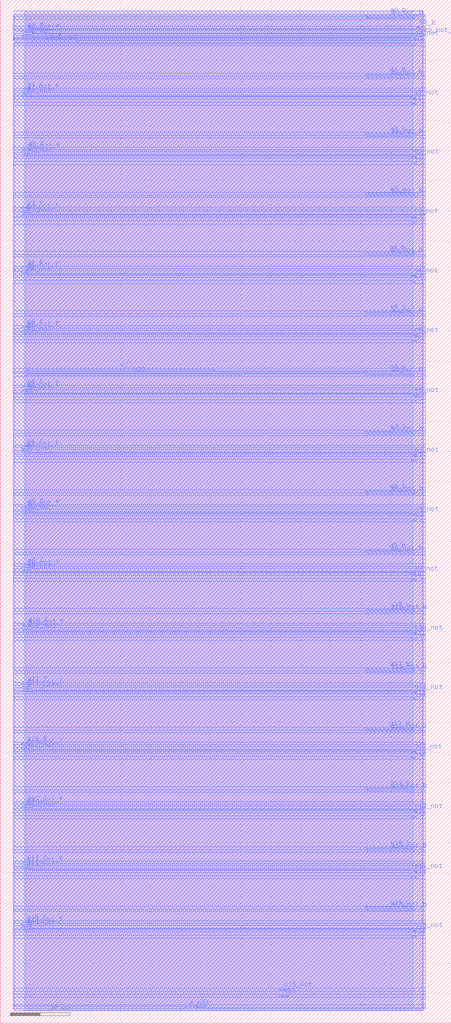
<source format=lef>
VERSION 5.7 ;
  NOWIREEXTENSIONATPIN ON ;
  DIVIDERCHAR "/" ;
  BUSBITCHARS "[]" ;
MACRO fa16b_rev
  CLASS BLOCK ;
  FOREIGN fa16b_rev ;
  ORIGIN 0.000 0.000 ;
  SIZE 150.000 BY 340.000 ;
  PIN c0_b
    ANTENNAGATEAREA 2.739250 ;
    ANTENNADIFFAREA 2.734275 ;
    PORT
      LAYER Metal3 ;
        RECT 138.925 330.535 139.735 330.955 ;
    END
  END c0_b
  PIN c0_not_b
    ANTENNAGATEAREA 2.775000 ;
    ANTENNADIFFAREA 2.560625 ;
    PORT
      LAYER Metal3 ;
        RECT 140.450 328.035 141.280 328.455 ;
    END
  END c0_not_b
  PIN z_not
    ANTENNADIFFAREA 2.638650 ;
    PORT
      LAYER Metal3 ;
        RECT 61.560 4.855 64.085 5.275 ;
    END
  END z_not
  PIN z
    ANTENNADIFFAREA 2.559875 ;
    PORT
      LAYER Metal3 ;
        RECT 65.515 5.390 68.110 5.810 ;
    END
  END z
  PIN s0_not
    ANTENNADIFFAREA 2.560625 ;
    PORT
      LAYER Metal3 ;
        RECT 137.235 327.010 138.075 327.430 ;
    END
  END s0_not
  PIN s0
    ANTENNADIFFAREA 2.734275 ;
    PORT
      LAYER Metal3 ;
        RECT 137.185 324.975 138.025 325.395 ;
    END
  END s0
  PIN s1_not
    ANTENNADIFFAREA 2.560625 ;
    PORT
      LAYER Metal3 ;
        RECT 137.040 307.285 137.880 307.705 ;
    END
  END s1_not
  PIN s1
    ANTENNADIFFAREA 2.734275 ;
    PORT
      LAYER Metal3 ;
        RECT 136.990 305.250 137.830 305.670 ;
    END
  END s1
  PIN s4_not
    ANTENNADIFFAREA 2.560625 ;
    PORT
      LAYER Metal3 ;
        RECT 137.120 248.095 137.960 248.515 ;
    END
  END s4_not
  PIN s4
    ANTENNADIFFAREA 2.734275 ;
    PORT
      LAYER Metal3 ;
        RECT 137.070 246.060 137.910 246.480 ;
    END
  END s4
  PIN s5_not
    ANTENNADIFFAREA 2.560625 ;
    PORT
      LAYER Metal3 ;
        RECT 137.225 228.380 138.065 228.800 ;
    END
  END s5_not
  PIN s5
    ANTENNADIFFAREA 2.734275 ;
    PORT
      LAYER Metal3 ;
        RECT 137.175 226.345 138.015 226.765 ;
    END
  END s5
  PIN s6_not
    ANTENNADIFFAREA 2.560625 ;
    PORT
      LAYER Metal3 ;
        RECT 137.225 208.405 138.065 208.825 ;
    END
  END s6_not
  PIN s6
    ANTENNADIFFAREA 2.734275 ;
    PORT
      LAYER Metal3 ;
        RECT 137.175 206.370 138.015 206.790 ;
    END
  END s6
  PIN s7_not
    ANTENNADIFFAREA 2.560625 ;
    PORT
      LAYER Metal3 ;
        RECT 137.225 188.740 138.065 189.160 ;
    END
  END s7_not
  PIN s7
    ANTENNADIFFAREA 2.734275 ;
    PORT
      LAYER Metal3 ;
        RECT 137.175 186.705 138.015 187.125 ;
    END
  END s7
  PIN s3_not
    ANTENNADIFFAREA 2.560625 ;
    PORT
      LAYER Metal3 ;
        RECT 137.200 267.845 138.040 268.265 ;
    END
  END s3_not
  PIN s3
    ANTENNADIFFAREA 2.734275 ;
    PORT
      LAYER Metal3 ;
        RECT 137.150 265.810 137.990 266.230 ;
    END
  END s3
  PIN s2_not
    ANTENNADIFFAREA 2.560625 ;
    PORT
      LAYER Metal3 ;
        RECT 137.265 287.645 138.105 288.065 ;
    END
  END s2_not
  PIN s2
    ANTENNADIFFAREA 2.734275 ;
    PORT
      LAYER Metal3 ;
        RECT 137.220 285.595 138.060 286.015 ;
    END
  END s2
  PIN a0_b
    ANTENNAGATEAREA 2.739250 ;
    ANTENNADIFFAREA 1.587600 ;
    PORT
      LAYER Metal3 ;
        RECT 121.715 334.615 137.450 335.025 ;
    END
  END a0_b
  PIN a0_not_b
    ANTENNAGATEAREA 2.775000 ;
    ANTENNADIFFAREA 1.587600 ;
    PORT
      LAYER Metal3 ;
        RECT 122.310 333.835 137.440 334.290 ;
    END
  END a0_not_b
  PIN a1_b
    ANTENNAGATEAREA 2.739250 ;
    ANTENNADIFFAREA 1.587600 ;
    PORT
      LAYER Metal3 ;
        RECT 121.515 314.890 137.250 315.300 ;
    END
  END a1_b
  PIN a1_not_b
    ANTENNAGATEAREA 2.775000 ;
    ANTENNADIFFAREA 1.587600 ;
    PORT
      LAYER Metal3 ;
        RECT 122.110 314.110 137.240 314.565 ;
    END
  END a1_not_b
  PIN a2_b
    ANTENNAGATEAREA 2.739250 ;
    ANTENNADIFFAREA 1.587600 ;
    PORT
      LAYER Metal3 ;
        RECT 121.670 295.245 137.405 295.655 ;
    END
  END a2_b
  PIN a2_not_b
    ANTENNAGATEAREA 2.775000 ;
    ANTENNADIFFAREA 1.587600 ;
    PORT
      LAYER Metal3 ;
        RECT 122.265 294.465 137.395 294.920 ;
    END
  END a2_not_b
  PIN a3_b
    ANTENNAGATEAREA 2.739250 ;
    ANTENNADIFFAREA 1.587600 ;
    PORT
      LAYER Metal3 ;
        RECT 121.670 275.450 137.405 275.860 ;
    END
  END a3_b
  PIN a3_not_b
    ANTENNAGATEAREA 2.775000 ;
    ANTENNADIFFAREA 1.587600 ;
    PORT
      LAYER Metal3 ;
        RECT 122.265 274.670 137.395 275.125 ;
    END
  END a3_not_b
  PIN a4_b
    ANTENNAGATEAREA 2.739250 ;
    ANTENNADIFFAREA 1.587600 ;
    PORT
      LAYER Metal3 ;
        RECT 121.590 255.695 137.325 256.105 ;
    END
  END a4_b
  PIN a4_not_b
    ANTENNAGATEAREA 2.775000 ;
    ANTENNADIFFAREA 1.587600 ;
    PORT
      LAYER Metal3 ;
        RECT 122.185 254.915 137.315 255.370 ;
    END
  END a4_not_b
  PIN a5_b
    ANTENNAGATEAREA 2.739250 ;
    ANTENNADIFFAREA 1.587600 ;
    PORT
      LAYER Metal3 ;
        RECT 121.695 235.980 137.430 236.390 ;
    END
  END a5_b
  PIN a5_not_b
    ANTENNAGATEAREA 2.775000 ;
    ANTENNADIFFAREA 1.587600 ;
    PORT
      LAYER Metal3 ;
        RECT 122.290 235.200 137.420 235.655 ;
    END
  END a5_not_b
  PIN a6_b
    ANTENNAGATEAREA 2.739250 ;
    ANTENNADIFFAREA 1.587600 ;
    PORT
      LAYER Metal3 ;
        RECT 121.695 216.010 137.430 216.420 ;
    END
  END a6_b
  PIN a6_not_b
    ANTENNAGATEAREA 2.775000 ;
    ANTENNADIFFAREA 1.587600 ;
    PORT
      LAYER Metal3 ;
        RECT 122.290 215.230 137.420 215.685 ;
    END
  END a6_not_b
  PIN a7_b
    ANTENNAGATEAREA 2.739250 ;
    ANTENNADIFFAREA 1.587600 ;
    PORT
      LAYER Metal3 ;
        RECT 121.695 196.345 137.430 196.755 ;
    END
  END a7_b
  PIN a7_not_b
    ANTENNAGATEAREA 2.775000 ;
    ANTENNADIFFAREA 1.587600 ;
    PORT
      LAYER Metal3 ;
        RECT 122.290 195.565 137.420 196.020 ;
    END
  END a7_not_b
  PIN a8_b
    ANTENNAGATEAREA 2.739250 ;
    ANTENNADIFFAREA 1.587600 ;
    PORT
      LAYER Metal3 ;
        RECT 121.735 176.505 137.470 176.915 ;
    END
  END a8_b
  PIN a8_not_b
    ANTENNAGATEAREA 2.775000 ;
    ANTENNADIFFAREA 1.587600 ;
    PORT
      LAYER Metal3 ;
        RECT 122.330 175.725 137.460 176.180 ;
    END
  END a8_not_b
  PIN a3_not_f
    ANTENNAGATEAREA 5.550000 ;
    ANTENNADIFFAREA 1.587600 ;
    PORT
      LAYER Metal3 ;
        RECT 7.615 269.820 10.120 270.115 ;
    END
  END a3_not_f
  PIN b3
    ANTENNADIFFAREA 2.559875 ;
    PORT
      LAYER Metal3 ;
        RECT 7.620 269.105 10.135 269.400 ;
    END
  END b3
  PIN b3_not
    ANTENNADIFFAREA 2.638650 ;
    PORT
      LAYER Metal3 ;
        RECT 7.655 268.475 10.120 268.770 ;
    END
  END b3_not
  PIN a4_f
    ANTENNAGATEAREA 5.478500 ;
    ANTENNADIFFAREA 1.587600 ;
    PORT
      LAYER Metal3 ;
        RECT 7.525 250.845 9.985 251.150 ;
    END
  END a4_f
  PIN a4_not_f
    ANTENNAGATEAREA 5.550000 ;
    ANTENNADIFFAREA 1.587600 ;
    PORT
      LAYER Metal3 ;
        RECT 7.485 250.110 9.990 250.405 ;
    END
  END a4_not_f
  PIN b4
    ANTENNADIFFAREA 2.559875 ;
    PORT
      LAYER Metal3 ;
        RECT 7.490 249.395 10.005 249.690 ;
    END
  END b4
  PIN b4_not
    ANTENNADIFFAREA 2.638650 ;
    PORT
      LAYER Metal3 ;
        RECT 7.525 248.765 9.990 249.060 ;
    END
  END b4_not
  PIN a5_f
    ANTENNAGATEAREA 5.478500 ;
    ANTENNADIFFAREA 1.587600 ;
    PORT
      LAYER Metal3 ;
        RECT 7.655 231.085 10.115 231.390 ;
    END
  END a5_f
  PIN a5_not_f
    ANTENNAGATEAREA 5.550000 ;
    ANTENNADIFFAREA 1.587600 ;
    PORT
      LAYER Metal3 ;
        RECT 7.615 230.350 10.120 230.645 ;
    END
  END a5_not_f
  PIN b5
    ANTENNADIFFAREA 2.559875 ;
    PORT
      LAYER Metal3 ;
        RECT 7.620 229.635 10.135 229.930 ;
    END
  END b5
  PIN b5_not
    ANTENNADIFFAREA 2.638650 ;
    PORT
      LAYER Metal3 ;
        RECT 7.655 229.005 10.120 229.300 ;
    END
  END b5_not
  PIN a6_f
    ANTENNAGATEAREA 5.478500 ;
    ANTENNADIFFAREA 1.587600 ;
    PORT
      LAYER Metal3 ;
        RECT 7.605 211.275 10.065 211.580 ;
    END
  END a6_f
  PIN a6_not_f
    ANTENNAGATEAREA 5.550000 ;
    ANTENNADIFFAREA 1.587600 ;
    PORT
      LAYER Metal3 ;
        RECT 7.565 210.540 10.070 210.835 ;
    END
  END a6_not_f
  PIN b6
    ANTENNADIFFAREA 2.559875 ;
    PORT
      LAYER Metal3 ;
        RECT 7.570 209.825 10.085 210.120 ;
    END
  END b6
  PIN b6_not
    ANTENNADIFFAREA 2.638650 ;
    PORT
      LAYER Metal3 ;
        RECT 7.605 209.195 10.070 209.490 ;
    END
  END b6_not
  PIN a7_f
    ANTENNAGATEAREA 5.478500 ;
    ANTENNADIFFAREA 1.587600 ;
    PORT
      LAYER Metal3 ;
        RECT 7.575 191.480 10.035 191.785 ;
    END
  END a7_f
  PIN a7_not_f
    ANTENNAGATEAREA 5.550000 ;
    ANTENNADIFFAREA 1.587600 ;
    PORT
      LAYER Metal3 ;
        RECT 7.535 190.745 10.040 191.040 ;
    END
  END a7_not_f
  PIN b7
    ANTENNADIFFAREA 2.559875 ;
    PORT
      LAYER Metal3 ;
        RECT 7.540 190.030 10.055 190.325 ;
    END
  END b7
  PIN b7_not
    ANTENNADIFFAREA 2.638650 ;
    PORT
      LAYER Metal3 ;
        RECT 7.575 189.400 10.040 189.695 ;
    END
  END b7_not
  PIN a0_f
    ANTENNAGATEAREA 5.478500 ;
    ANTENNADIFFAREA 1.587600 ;
    PORT
      LAYER Metal3 ;
        RECT 7.705 329.795 10.165 330.100 ;
    END
  END a0_f
  PIN a0_not_f
    ANTENNAGATEAREA 5.550000 ;
    ANTENNADIFFAREA 1.587600 ;
    PORT
      LAYER Metal3 ;
        RECT 7.665 329.060 10.170 329.355 ;
    END
  END a0_not_f
  PIN b0
    ANTENNADIFFAREA 2.559875 ;
    PORT
      LAYER Metal3 ;
        RECT 7.670 328.345 10.185 328.640 ;
    END
  END b0
  PIN b0_not
    ANTENNADIFFAREA 2.638650 ;
    PORT
      LAYER Metal3 ;
        RECT 7.705 327.715 10.170 328.010 ;
    END
  END b0_not
  PIN a1_f
    ANTENNAGATEAREA 5.478500 ;
    ANTENNADIFFAREA 1.587600 ;
    PORT
      LAYER Metal3 ;
        RECT 7.660 310.105 10.120 310.410 ;
    END
  END a1_f
  PIN a1_not_f
    ANTENNAGATEAREA 5.550000 ;
    ANTENNADIFFAREA 1.587600 ;
    PORT
      LAYER Metal3 ;
        RECT 7.620 309.370 10.125 309.665 ;
    END
  END a1_not_f
  PIN b1
    ANTENNADIFFAREA 2.559875 ;
    PORT
      LAYER Metal3 ;
        RECT 7.625 308.655 10.140 308.950 ;
    END
  END b1
  PIN b1_not
    ANTENNADIFFAREA 2.638650 ;
    PORT
      LAYER Metal3 ;
        RECT 7.660 308.025 10.125 308.320 ;
    END
  END b1_not
  PIN a2_f
    ANTENNAGATEAREA 5.478500 ;
    ANTENNADIFFAREA 1.587600 ;
    PORT
      LAYER Metal3 ;
        RECT 7.850 290.395 10.310 290.700 ;
    END
  END a2_f
  PIN a2_not_f
    ANTENNAGATEAREA 5.550000 ;
    ANTENNADIFFAREA 1.587600 ;
    PORT
      LAYER Metal3 ;
        RECT 7.810 289.660 10.315 289.955 ;
    END
  END a2_not_f
  PIN b2
    ANTENNADIFFAREA 2.559875 ;
    PORT
      LAYER Metal3 ;
        RECT 7.815 288.945 10.330 289.240 ;
    END
  END b2
  PIN b2_not
    ANTENNADIFFAREA 2.638650 ;
    PORT
      LAYER Metal3 ;
        RECT 7.850 288.315 10.315 288.610 ;
    END
  END b2_not
  PIN a3_f
    ANTENNAGATEAREA 5.478500 ;
    ANTENNADIFFAREA 1.587600 ;
    PORT
      LAYER Metal3 ;
        RECT 7.655 270.555 10.115 270.860 ;
    END
  END a3_f
  PIN c0_f
    ANTENNADIFFAREA 2.559875 ;
    PORT
      LAYER Metal3 ;
        RECT 4.750 326.640 25.095 326.935 ;
    END
  END c0_f
  PIN c0_f_not
    ANTENNADIFFAREA 2.638650 ;
    PORT
      LAYER Metal3 ;
        RECT 4.570 325.775 25.680 326.070 ;
    END
  END c0_f_not
  PIN VSS
    USE GROUND ;
    PORT
      LAYER Metal3 ;
        RECT 8.950 216.770 70.935 217.260 ;
    END
  END VSS
  PIN VDD
    USE POWER ;
    PORT
      LAYER Metal3 ;
        RECT 8.940 215.215 79.750 215.705 ;
    END
  END VDD
  PIN a13_not_f
    ANTENNAGATEAREA 5.550000 ;
    ANTENNADIFFAREA 1.587600 ;
    PORT
      LAYER Metal3 ;
        RECT 7.635 72.240 10.140 72.535 ;
    END
  END a13_not_f
  PIN b13
    ANTENNADIFFAREA 2.559875 ;
    PORT
      LAYER Metal3 ;
        RECT 7.640 71.525 10.155 71.820 ;
    END
  END b13
  PIN b13_not
    ANTENNADIFFAREA 2.638650 ;
    PORT
      LAYER Metal3 ;
        RECT 7.675 70.895 10.140 71.190 ;
    END
  END b13_not
  PIN a14_f
    ANTENNAGATEAREA 5.478500 ;
    ANTENNADIFFAREA 1.587600 ;
    PORT
      LAYER Metal3 ;
        RECT 7.625 53.165 10.085 53.470 ;
    END
  END a14_f
  PIN a14_not_f
    ANTENNAGATEAREA 5.550000 ;
    ANTENNADIFFAREA 1.587600 ;
    PORT
      LAYER Metal3 ;
        RECT 7.585 52.430 10.090 52.725 ;
    END
  END a14_not_f
  PIN b14
    ANTENNADIFFAREA 2.559875 ;
    PORT
      LAYER Metal3 ;
        RECT 7.590 51.715 10.105 52.010 ;
    END
  END b14
  PIN b14_not
    ANTENNADIFFAREA 2.638650 ;
    PORT
      LAYER Metal3 ;
        RECT 7.625 51.085 10.090 51.380 ;
    END
  END b14_not
  PIN a15_f
    ANTENNAGATEAREA 5.478500 ;
    ANTENNADIFFAREA 1.587600 ;
    PORT
      LAYER Metal3 ;
        RECT 7.595 33.370 10.055 33.675 ;
    END
  END a15_f
  PIN a15_not_f
    ANTENNAGATEAREA 5.550000 ;
    ANTENNADIFFAREA 1.587600 ;
    PORT
      LAYER Metal3 ;
        RECT 7.555 32.635 10.060 32.930 ;
    END
  END a15_not_f
  PIN b15
    ANTENNADIFFAREA 2.559875 ;
    PORT
      LAYER Metal3 ;
        RECT 7.560 31.920 10.075 32.215 ;
    END
  END b15
  PIN b15_not
    ANTENNADIFFAREA 2.638650 ;
    PORT
      LAYER Metal3 ;
        RECT 7.595 31.290 10.060 31.585 ;
    END
  END b15_not
  PIN a8_f
    ANTENNAGATEAREA 5.478500 ;
    ANTENNADIFFAREA 1.587600 ;
    PORT
      LAYER Metal3 ;
        RECT 7.725 171.685 10.185 171.990 ;
    END
  END a8_f
  PIN a8_not_f
    ANTENNAGATEAREA 5.550000 ;
    ANTENNADIFFAREA 1.587600 ;
    PORT
      LAYER Metal3 ;
        RECT 7.685 170.950 10.190 171.245 ;
    END
  END a8_not_f
  PIN b8
    ANTENNADIFFAREA 2.559875 ;
    PORT
      LAYER Metal3 ;
        RECT 7.690 170.235 10.205 170.530 ;
    END
  END b8
  PIN b8_not
    ANTENNADIFFAREA 2.638650 ;
    PORT
      LAYER Metal3 ;
        RECT 7.725 169.605 10.190 169.900 ;
    END
  END b8_not
  PIN a9_f
    ANTENNAGATEAREA 5.478500 ;
    ANTENNADIFFAREA 1.587600 ;
    PORT
      LAYER Metal3 ;
        RECT 7.680 151.995 10.140 152.300 ;
    END
  END a9_f
  PIN a9_not_f
    ANTENNAGATEAREA 5.550000 ;
    ANTENNADIFFAREA 1.587600 ;
    PORT
      LAYER Metal3 ;
        RECT 7.640 151.260 10.145 151.555 ;
    END
  END a9_not_f
  PIN b9
    ANTENNADIFFAREA 2.559875 ;
    PORT
      LAYER Metal3 ;
        RECT 7.645 150.545 10.160 150.840 ;
    END
  END b9
  PIN b9_not
    ANTENNADIFFAREA 2.638650 ;
    PORT
      LAYER Metal3 ;
        RECT 7.680 149.915 10.145 150.210 ;
    END
  END b9_not
  PIN a10_f
    ANTENNAGATEAREA 5.478500 ;
    ANTENNADIFFAREA 1.587600 ;
    PORT
      LAYER Metal3 ;
        RECT 7.870 132.285 10.330 132.590 ;
    END
  END a10_f
  PIN a10_not_f
    ANTENNAGATEAREA 5.550000 ;
    ANTENNADIFFAREA 1.587600 ;
    PORT
      LAYER Metal3 ;
        RECT 7.830 131.550 10.335 131.845 ;
    END
  END a10_not_f
  PIN b10
    ANTENNADIFFAREA 2.559875 ;
    PORT
      LAYER Metal3 ;
        RECT 7.835 130.835 10.350 131.130 ;
    END
  END b10
  PIN b10_not
    ANTENNADIFFAREA 2.638650 ;
    PORT
      LAYER Metal3 ;
        RECT 7.870 130.205 10.335 130.500 ;
    END
  END b10_not
  PIN a11_f
    ANTENNAGATEAREA 5.478500 ;
    ANTENNADIFFAREA 1.587600 ;
    PORT
      LAYER Metal3 ;
        RECT 7.675 112.445 10.135 112.750 ;
    END
  END a11_f
  PIN a11_not_f
    ANTENNAGATEAREA 5.550000 ;
    ANTENNADIFFAREA 1.587600 ;
    PORT
      LAYER Metal3 ;
        RECT 7.635 111.710 10.140 112.005 ;
    END
  END a11_not_f
  PIN b11
    ANTENNADIFFAREA 2.559875 ;
    PORT
      LAYER Metal3 ;
        RECT 7.640 110.995 10.155 111.290 ;
    END
  END b11
  PIN b11_not
    ANTENNADIFFAREA 2.638650 ;
    PORT
      LAYER Metal3 ;
        RECT 7.675 110.365 10.140 110.660 ;
    END
  END b11_not
  PIN a12_f
    ANTENNAGATEAREA 5.478500 ;
    ANTENNADIFFAREA 1.587600 ;
    PORT
      LAYER Metal3 ;
        RECT 7.545 92.735 10.005 93.040 ;
    END
  END a12_f
  PIN a12_not_f
    ANTENNAGATEAREA 5.550000 ;
    ANTENNADIFFAREA 1.587600 ;
    PORT
      LAYER Metal3 ;
        RECT 7.505 92.000 10.010 92.295 ;
    END
  END a12_not_f
  PIN b12
    ANTENNADIFFAREA 2.559875 ;
    PORT
      LAYER Metal3 ;
        RECT 7.510 91.285 10.025 91.580 ;
    END
  END b12
  PIN b12_not
    ANTENNADIFFAREA 2.638650 ;
    PORT
      LAYER Metal3 ;
        RECT 7.545 90.655 10.010 90.950 ;
    END
  END b12_not
  PIN a13_f
    ANTENNAGATEAREA 5.478500 ;
    ANTENNADIFFAREA 1.587600 ;
    PORT
      LAYER Metal3 ;
        RECT 7.675 72.975 10.135 73.280 ;
    END
  END a13_f
  PIN c15_not
    ANTENNADIFFAREA 2.560625 ;
    PORT
      LAYER Metal3 ;
        RECT 93.115 10.900 95.685 11.320 ;
    END
  END c15_not
  PIN c15
    ANTENNADIFFAREA 2.734275 ;
    PORT
      LAYER Metal3 ;
        RECT 93.105 8.860 95.710 9.280 ;
    END
  END c15
  PIN s10_not
    ANTENNADIFFAREA 2.560625 ;
    PORT
      LAYER Metal3 ;
        RECT 137.220 129.530 138.060 129.950 ;
    END
  END s10_not
  PIN s10
    ANTENNADIFFAREA 2.734275 ;
    PORT
      LAYER Metal3 ;
        RECT 137.170 127.495 138.010 127.915 ;
    END
  END s10
  PIN s11_not
    ANTENNADIFFAREA 2.560625 ;
    PORT
      LAYER Metal3 ;
        RECT 137.215 109.735 138.055 110.155 ;
    END
  END s11_not
  PIN s11
    ANTENNADIFFAREA 2.734275 ;
    PORT
      LAYER Metal3 ;
        RECT 137.165 107.700 138.005 108.120 ;
    END
  END s11
  PIN s12_not
    ANTENNADIFFAREA 2.560625 ;
    PORT
      LAYER Metal3 ;
        RECT 137.140 89.985 137.980 90.405 ;
    END
  END s12_not
  PIN s12
    ANTENNADIFFAREA 2.734275 ;
    PORT
      LAYER Metal3 ;
        RECT 137.090 87.950 137.930 88.370 ;
    END
  END s12
  PIN s13_not
    ANTENNADIFFAREA 2.560625 ;
    PORT
      LAYER Metal3 ;
        RECT 137.250 70.265 138.090 70.685 ;
    END
  END s13_not
  PIN s13
    ANTENNADIFFAREA 2.734275 ;
    PORT
      LAYER Metal3 ;
        RECT 137.200 68.230 138.040 68.650 ;
    END
  END s13
  PIN s14_not
    ANTENNADIFFAREA 2.560625 ;
    PORT
      LAYER Metal3 ;
        RECT 137.245 50.290 138.085 50.710 ;
    END
  END s14_not
  PIN s14
    ANTENNADIFFAREA 2.734275 ;
    PORT
      LAYER Metal3 ;
        RECT 137.195 48.255 138.035 48.675 ;
    END
  END s14
  PIN s15_not
    ANTENNADIFFAREA 2.560625 ;
    PORT
      LAYER Metal3 ;
        RECT 137.250 30.630 138.090 31.050 ;
    END
  END s15_not
  PIN s15
    ANTENNADIFFAREA 2.734275 ;
    PORT
      LAYER Metal3 ;
        RECT 137.200 28.595 138.040 29.015 ;
    END
  END s15
  PIN s8_not
    ANTENNADIFFAREA 2.560625 ;
    PORT
      LAYER Metal3 ;
        RECT 137.265 168.900 138.105 169.320 ;
    END
  END s8_not
  PIN s8
    ANTENNADIFFAREA 2.734275 ;
    PORT
      LAYER Metal3 ;
        RECT 137.215 166.865 138.055 167.285 ;
    END
  END s8
  PIN s9_not
    ANTENNADIFFAREA 2.560625 ;
    PORT
      LAYER Metal3 ;
        RECT 137.060 149.175 137.900 149.595 ;
    END
  END s9_not
  PIN a10_not_b
    ANTENNAGATEAREA 2.775000 ;
    ANTENNADIFFAREA 1.587600 ;
    PORT
      LAYER Metal3 ;
        RECT 122.285 136.355 137.415 136.810 ;
    END
  END a10_not_b
  PIN a11_b
    ANTENNAGATEAREA 2.739250 ;
    ANTENNADIFFAREA 1.587600 ;
    PORT
      LAYER Metal3 ;
        RECT 121.690 117.340 137.425 117.750 ;
    END
  END a11_b
  PIN a11_not_b
    ANTENNAGATEAREA 2.775000 ;
    ANTENNADIFFAREA 1.587600 ;
    PORT
      LAYER Metal3 ;
        RECT 122.285 116.560 137.415 117.015 ;
    END
  END a11_not_b
  PIN a12_b
    ANTENNAGATEAREA 2.739250 ;
    ANTENNADIFFAREA 1.587600 ;
    PORT
      LAYER Metal3 ;
        RECT 121.610 97.585 137.345 97.995 ;
    END
  END a12_b
  PIN a12_not_b
    ANTENNAGATEAREA 2.775000 ;
    ANTENNADIFFAREA 1.587600 ;
    PORT
      LAYER Metal3 ;
        RECT 122.205 96.805 137.335 97.260 ;
    END
  END a12_not_b
  PIN a13_b
    ANTENNAGATEAREA 2.739250 ;
    ANTENNADIFFAREA 1.587600 ;
    PORT
      LAYER Metal3 ;
        RECT 121.715 77.870 137.450 78.280 ;
    END
  END a13_b
  PIN a13_not_b
    ANTENNAGATEAREA 2.775000 ;
    ANTENNADIFFAREA 1.587600 ;
    PORT
      LAYER Metal3 ;
        RECT 122.310 77.090 137.440 77.545 ;
    END
  END a13_not_b
  PIN a14_b
    ANTENNAGATEAREA 2.739250 ;
    ANTENNADIFFAREA 1.587600 ;
    PORT
      LAYER Metal3 ;
        RECT 121.715 57.900 137.450 58.310 ;
    END
  END a14_b
  PIN a14_not_b
    ANTENNAGATEAREA 2.775000 ;
    ANTENNADIFFAREA 1.587600 ;
    PORT
      LAYER Metal3 ;
        RECT 122.310 57.120 137.440 57.575 ;
    END
  END a14_not_b
  PIN a15_b
    ANTENNAGATEAREA 2.739250 ;
    ANTENNADIFFAREA 1.587600 ;
    PORT
      LAYER Metal3 ;
        RECT 121.715 38.235 137.450 38.645 ;
    END
  END a15_b
  PIN a15_not_b
    ANTENNAGATEAREA 2.775000 ;
    ANTENNADIFFAREA 1.587600 ;
    PORT
      LAYER Metal3 ;
        RECT 122.310 37.455 137.440 37.910 ;
    END
  END a15_not_b
  PIN s9
    ANTENNADIFFAREA 2.734275 ;
    PORT
      LAYER Metal3 ;
        RECT 137.010 147.140 137.850 147.560 ;
    END
  END s9
  PIN a9_b
    ANTENNAGATEAREA 2.739250 ;
    ANTENNADIFFAREA 1.587600 ;
    PORT
      LAYER Metal3 ;
        RECT 121.535 156.780 137.270 157.190 ;
    END
  END a9_b
  PIN a9_not_b
    ANTENNAGATEAREA 2.775000 ;
    ANTENNADIFFAREA 1.587600 ;
    PORT
      LAYER Metal3 ;
        RECT 122.130 156.000 137.260 156.455 ;
    END
  END a9_not_b
  PIN a10_b
    ANTENNAGATEAREA 2.739250 ;
    ANTENNADIFFAREA 1.587600 ;
    PORT
      LAYER Metal3 ;
        RECT 121.690 137.135 137.425 137.545 ;
    END
  END a10_b
  OBS
      LAYER Nwell ;
        RECT 7.985 4.245 137.250 336.340 ;
      LAYER Metal1 ;
        RECT 8.415 4.245 140.715 336.340 ;
      LAYER Metal2 ;
        RECT 4.655 4.195 140.605 336.340 ;
      LAYER Metal3 ;
        RECT 4.390 334.315 121.415 335.025 ;
        RECT 137.750 334.315 141.320 335.025 ;
        RECT 4.390 333.535 122.010 334.315 ;
        RECT 137.740 333.535 141.320 334.315 ;
        RECT 4.390 331.255 141.320 333.535 ;
        RECT 4.390 330.400 138.625 331.255 ;
        RECT 4.390 329.655 7.405 330.400 ;
        RECT 10.465 330.235 138.625 330.400 ;
        RECT 140.035 330.235 141.320 331.255 ;
        RECT 10.465 329.655 141.320 330.235 ;
        RECT 4.390 328.760 7.365 329.655 ;
        RECT 10.470 328.940 141.320 329.655 ;
        RECT 4.390 328.045 7.370 328.760 ;
        RECT 10.485 328.755 141.320 328.940 ;
        RECT 10.485 328.045 140.150 328.755 ;
        RECT 4.390 327.415 7.405 328.045 ;
        RECT 10.470 327.735 140.150 328.045 ;
        RECT 10.470 327.730 141.320 327.735 ;
        RECT 10.470 327.415 136.935 327.730 ;
        RECT 4.390 327.235 136.935 327.415 ;
        RECT 4.390 326.370 4.450 327.235 ;
        RECT 25.395 326.710 136.935 327.235 ;
        RECT 138.375 326.710 141.320 327.730 ;
        RECT 25.395 326.370 141.320 326.710 ;
        RECT 25.980 325.695 141.320 326.370 ;
        RECT 25.980 325.475 136.885 325.695 ;
        RECT 4.390 324.675 136.885 325.475 ;
        RECT 138.325 324.675 141.320 325.695 ;
        RECT 4.390 315.600 141.320 324.675 ;
        RECT 4.390 314.590 121.215 315.600 ;
        RECT 137.550 314.590 141.320 315.600 ;
        RECT 4.390 313.810 121.810 314.590 ;
        RECT 137.540 313.810 141.320 314.590 ;
        RECT 4.390 310.710 141.320 313.810 ;
        RECT 4.390 309.965 7.360 310.710 ;
        RECT 10.420 309.965 141.320 310.710 ;
        RECT 4.390 309.070 7.320 309.965 ;
        RECT 10.425 309.250 141.320 309.965 ;
        RECT 4.390 308.355 7.325 309.070 ;
        RECT 10.440 308.355 141.320 309.250 ;
        RECT 4.390 307.725 7.360 308.355 ;
        RECT 10.425 308.005 141.320 308.355 ;
        RECT 10.425 307.725 136.740 308.005 ;
        RECT 4.390 306.985 136.740 307.725 ;
        RECT 138.180 306.985 141.320 308.005 ;
        RECT 4.390 305.970 141.320 306.985 ;
        RECT 4.390 304.950 136.690 305.970 ;
        RECT 138.130 304.950 141.320 305.970 ;
        RECT 4.390 295.955 141.320 304.950 ;
        RECT 4.390 294.945 121.370 295.955 ;
        RECT 137.705 294.945 141.320 295.955 ;
        RECT 4.390 294.165 121.965 294.945 ;
        RECT 137.695 294.165 141.320 294.945 ;
        RECT 4.390 291.000 141.320 294.165 ;
        RECT 4.390 290.255 7.550 291.000 ;
        RECT 10.610 290.255 141.320 291.000 ;
        RECT 4.390 289.360 7.510 290.255 ;
        RECT 10.615 289.540 141.320 290.255 ;
        RECT 4.390 288.645 7.515 289.360 ;
        RECT 10.630 288.645 141.320 289.540 ;
        RECT 4.390 288.015 7.550 288.645 ;
        RECT 10.615 288.365 141.320 288.645 ;
        RECT 10.615 288.015 136.965 288.365 ;
        RECT 4.390 287.345 136.965 288.015 ;
        RECT 138.405 287.345 141.320 288.365 ;
        RECT 4.390 286.315 141.320 287.345 ;
        RECT 4.390 285.295 136.920 286.315 ;
        RECT 138.360 285.295 141.320 286.315 ;
        RECT 4.390 276.160 141.320 285.295 ;
        RECT 4.390 275.150 121.370 276.160 ;
        RECT 137.705 275.150 141.320 276.160 ;
        RECT 4.390 274.370 121.965 275.150 ;
        RECT 137.695 274.370 141.320 275.150 ;
        RECT 4.390 271.160 141.320 274.370 ;
        RECT 4.390 270.415 7.355 271.160 ;
        RECT 10.415 270.415 141.320 271.160 ;
        RECT 4.390 269.520 7.315 270.415 ;
        RECT 10.420 269.700 141.320 270.415 ;
        RECT 4.390 268.805 7.320 269.520 ;
        RECT 10.435 268.805 141.320 269.700 ;
        RECT 4.390 268.175 7.355 268.805 ;
        RECT 10.420 268.565 141.320 268.805 ;
        RECT 10.420 268.175 136.900 268.565 ;
        RECT 4.390 267.545 136.900 268.175 ;
        RECT 138.340 267.545 141.320 268.565 ;
        RECT 4.390 266.530 141.320 267.545 ;
        RECT 4.390 265.510 136.850 266.530 ;
        RECT 138.290 265.510 141.320 266.530 ;
        RECT 4.390 256.405 141.320 265.510 ;
        RECT 4.390 255.395 121.290 256.405 ;
        RECT 137.625 255.395 141.320 256.405 ;
        RECT 4.390 254.615 121.885 255.395 ;
        RECT 137.615 254.615 141.320 255.395 ;
        RECT 4.390 251.450 141.320 254.615 ;
        RECT 4.390 250.705 7.225 251.450 ;
        RECT 10.285 250.705 141.320 251.450 ;
        RECT 4.390 249.810 7.185 250.705 ;
        RECT 10.290 249.990 141.320 250.705 ;
        RECT 4.390 249.095 7.190 249.810 ;
        RECT 10.305 249.095 141.320 249.990 ;
        RECT 4.390 248.465 7.225 249.095 ;
        RECT 10.290 248.815 141.320 249.095 ;
        RECT 10.290 248.465 136.820 248.815 ;
        RECT 4.390 247.795 136.820 248.465 ;
        RECT 138.260 247.795 141.320 248.815 ;
        RECT 4.390 246.780 141.320 247.795 ;
        RECT 4.390 245.760 136.770 246.780 ;
        RECT 138.210 245.760 141.320 246.780 ;
        RECT 4.390 236.690 141.320 245.760 ;
        RECT 4.390 235.680 121.395 236.690 ;
        RECT 137.730 235.680 141.320 236.690 ;
        RECT 4.390 234.900 121.990 235.680 ;
        RECT 137.720 234.900 141.320 235.680 ;
        RECT 4.390 231.690 141.320 234.900 ;
        RECT 4.390 230.945 7.355 231.690 ;
        RECT 10.415 230.945 141.320 231.690 ;
        RECT 4.390 230.050 7.315 230.945 ;
        RECT 10.420 230.230 141.320 230.945 ;
        RECT 4.390 229.335 7.320 230.050 ;
        RECT 10.435 229.335 141.320 230.230 ;
        RECT 4.390 228.705 7.355 229.335 ;
        RECT 10.420 229.100 141.320 229.335 ;
        RECT 10.420 228.705 136.925 229.100 ;
        RECT 4.390 228.080 136.925 228.705 ;
        RECT 138.365 228.080 141.320 229.100 ;
        RECT 4.390 227.065 141.320 228.080 ;
        RECT 4.390 226.045 136.875 227.065 ;
        RECT 138.315 226.045 141.320 227.065 ;
        RECT 4.390 217.560 141.320 226.045 ;
        RECT 4.390 216.470 8.650 217.560 ;
        RECT 71.235 216.720 141.320 217.560 ;
        RECT 71.235 216.470 121.395 216.720 ;
        RECT 4.390 216.005 121.395 216.470 ;
        RECT 4.390 214.915 8.640 216.005 ;
        RECT 80.050 215.710 121.395 216.005 ;
        RECT 137.730 215.710 141.320 216.720 ;
        RECT 80.050 214.930 121.990 215.710 ;
        RECT 137.720 214.930 141.320 215.710 ;
        RECT 80.050 214.915 141.320 214.930 ;
        RECT 4.390 211.880 141.320 214.915 ;
        RECT 4.390 211.135 7.305 211.880 ;
        RECT 10.365 211.135 141.320 211.880 ;
        RECT 4.390 210.240 7.265 211.135 ;
        RECT 10.370 210.420 141.320 211.135 ;
        RECT 4.390 209.525 7.270 210.240 ;
        RECT 10.385 209.525 141.320 210.420 ;
        RECT 4.390 208.895 7.305 209.525 ;
        RECT 10.370 209.125 141.320 209.525 ;
        RECT 10.370 208.895 136.925 209.125 ;
        RECT 4.390 208.105 136.925 208.895 ;
        RECT 138.365 208.105 141.320 209.125 ;
        RECT 4.390 207.090 141.320 208.105 ;
        RECT 4.390 206.070 136.875 207.090 ;
        RECT 138.315 206.070 141.320 207.090 ;
        RECT 4.390 197.055 141.320 206.070 ;
        RECT 4.390 196.045 121.395 197.055 ;
        RECT 137.730 196.045 141.320 197.055 ;
        RECT 4.390 195.265 121.990 196.045 ;
        RECT 137.720 195.265 141.320 196.045 ;
        RECT 4.390 192.085 141.320 195.265 ;
        RECT 4.390 191.340 7.275 192.085 ;
        RECT 10.335 191.340 141.320 192.085 ;
        RECT 4.390 190.445 7.235 191.340 ;
        RECT 10.340 190.625 141.320 191.340 ;
        RECT 4.390 189.730 7.240 190.445 ;
        RECT 10.355 189.730 141.320 190.625 ;
        RECT 4.390 189.100 7.275 189.730 ;
        RECT 10.340 189.460 141.320 189.730 ;
        RECT 10.340 189.100 136.925 189.460 ;
        RECT 4.390 188.440 136.925 189.100 ;
        RECT 138.365 188.440 141.320 189.460 ;
        RECT 4.390 187.425 141.320 188.440 ;
        RECT 4.390 186.405 136.875 187.425 ;
        RECT 138.315 186.405 141.320 187.425 ;
        RECT 4.390 177.215 141.320 186.405 ;
        RECT 4.390 176.205 121.435 177.215 ;
        RECT 137.770 176.205 141.320 177.215 ;
        RECT 4.390 175.425 122.030 176.205 ;
        RECT 137.760 175.425 141.320 176.205 ;
        RECT 4.390 172.290 141.320 175.425 ;
        RECT 4.390 171.545 7.425 172.290 ;
        RECT 10.485 171.545 141.320 172.290 ;
        RECT 4.390 170.650 7.385 171.545 ;
        RECT 10.490 170.830 141.320 171.545 ;
        RECT 4.390 169.935 7.390 170.650 ;
        RECT 10.505 169.935 141.320 170.830 ;
        RECT 4.390 169.305 7.425 169.935 ;
        RECT 10.490 169.620 141.320 169.935 ;
        RECT 10.490 169.305 136.965 169.620 ;
        RECT 4.390 168.600 136.965 169.305 ;
        RECT 138.405 168.600 141.320 169.620 ;
        RECT 4.390 167.585 141.320 168.600 ;
        RECT 4.390 166.565 136.915 167.585 ;
        RECT 138.355 166.565 141.320 167.585 ;
        RECT 4.390 157.490 141.320 166.565 ;
        RECT 4.390 156.480 121.235 157.490 ;
        RECT 137.570 156.480 141.320 157.490 ;
        RECT 4.390 155.700 121.830 156.480 ;
        RECT 137.560 155.700 141.320 156.480 ;
        RECT 4.390 152.600 141.320 155.700 ;
        RECT 4.390 151.855 7.380 152.600 ;
        RECT 10.440 151.855 141.320 152.600 ;
        RECT 4.390 150.960 7.340 151.855 ;
        RECT 10.445 151.140 141.320 151.855 ;
        RECT 4.390 150.245 7.345 150.960 ;
        RECT 10.460 150.245 141.320 151.140 ;
        RECT 4.390 149.615 7.380 150.245 ;
        RECT 10.445 149.895 141.320 150.245 ;
        RECT 10.445 149.615 136.760 149.895 ;
        RECT 4.390 148.875 136.760 149.615 ;
        RECT 138.200 148.875 141.320 149.895 ;
        RECT 4.390 147.860 141.320 148.875 ;
        RECT 4.390 146.840 136.710 147.860 ;
        RECT 138.150 146.840 141.320 147.860 ;
        RECT 4.390 137.845 141.320 146.840 ;
        RECT 4.390 136.835 121.390 137.845 ;
        RECT 137.725 136.835 141.320 137.845 ;
        RECT 4.390 136.055 121.985 136.835 ;
        RECT 137.715 136.055 141.320 136.835 ;
        RECT 4.390 132.890 141.320 136.055 ;
        RECT 4.390 132.145 7.570 132.890 ;
        RECT 10.630 132.145 141.320 132.890 ;
        RECT 4.390 131.250 7.530 132.145 ;
        RECT 10.635 131.430 141.320 132.145 ;
        RECT 4.390 130.535 7.535 131.250 ;
        RECT 10.650 130.535 141.320 131.430 ;
        RECT 4.390 129.905 7.570 130.535 ;
        RECT 10.635 130.250 141.320 130.535 ;
        RECT 10.635 129.905 136.920 130.250 ;
        RECT 4.390 129.230 136.920 129.905 ;
        RECT 138.360 129.230 141.320 130.250 ;
        RECT 4.390 128.215 141.320 129.230 ;
        RECT 4.390 127.195 136.870 128.215 ;
        RECT 138.310 127.195 141.320 128.215 ;
        RECT 4.390 118.050 141.320 127.195 ;
        RECT 4.390 117.040 121.390 118.050 ;
        RECT 137.725 117.040 141.320 118.050 ;
        RECT 4.390 116.260 121.985 117.040 ;
        RECT 137.715 116.260 141.320 117.040 ;
        RECT 4.390 113.050 141.320 116.260 ;
        RECT 4.390 112.305 7.375 113.050 ;
        RECT 10.435 112.305 141.320 113.050 ;
        RECT 4.390 111.410 7.335 112.305 ;
        RECT 10.440 111.590 141.320 112.305 ;
        RECT 4.390 110.695 7.340 111.410 ;
        RECT 10.455 110.695 141.320 111.590 ;
        RECT 4.390 110.065 7.375 110.695 ;
        RECT 10.440 110.455 141.320 110.695 ;
        RECT 10.440 110.065 136.915 110.455 ;
        RECT 4.390 109.435 136.915 110.065 ;
        RECT 138.355 109.435 141.320 110.455 ;
        RECT 4.390 108.420 141.320 109.435 ;
        RECT 4.390 107.400 136.865 108.420 ;
        RECT 138.305 107.400 141.320 108.420 ;
        RECT 4.390 98.295 141.320 107.400 ;
        RECT 4.390 97.285 121.310 98.295 ;
        RECT 137.645 97.285 141.320 98.295 ;
        RECT 4.390 96.505 121.905 97.285 ;
        RECT 137.635 96.505 141.320 97.285 ;
        RECT 4.390 93.340 141.320 96.505 ;
        RECT 4.390 92.595 7.245 93.340 ;
        RECT 10.305 92.595 141.320 93.340 ;
        RECT 4.390 91.700 7.205 92.595 ;
        RECT 10.310 91.880 141.320 92.595 ;
        RECT 4.390 90.985 7.210 91.700 ;
        RECT 10.325 90.985 141.320 91.880 ;
        RECT 4.390 90.355 7.245 90.985 ;
        RECT 10.310 90.705 141.320 90.985 ;
        RECT 10.310 90.355 136.840 90.705 ;
        RECT 4.390 89.685 136.840 90.355 ;
        RECT 138.280 89.685 141.320 90.705 ;
        RECT 4.390 88.670 141.320 89.685 ;
        RECT 4.390 87.650 136.790 88.670 ;
        RECT 138.230 87.650 141.320 88.670 ;
        RECT 4.390 78.580 141.320 87.650 ;
        RECT 4.390 77.570 121.415 78.580 ;
        RECT 137.750 77.570 141.320 78.580 ;
        RECT 4.390 76.790 122.010 77.570 ;
        RECT 137.740 76.790 141.320 77.570 ;
        RECT 4.390 73.580 141.320 76.790 ;
        RECT 4.390 72.835 7.375 73.580 ;
        RECT 10.435 72.835 141.320 73.580 ;
        RECT 4.390 71.940 7.335 72.835 ;
        RECT 10.440 72.120 141.320 72.835 ;
        RECT 4.390 71.225 7.340 71.940 ;
        RECT 10.455 71.225 141.320 72.120 ;
        RECT 4.390 70.595 7.375 71.225 ;
        RECT 10.440 70.985 141.320 71.225 ;
        RECT 10.440 70.595 136.950 70.985 ;
        RECT 4.390 69.965 136.950 70.595 ;
        RECT 138.390 69.965 141.320 70.985 ;
        RECT 4.390 68.950 141.320 69.965 ;
        RECT 4.390 67.930 136.900 68.950 ;
        RECT 138.340 67.930 141.320 68.950 ;
        RECT 4.390 58.610 141.320 67.930 ;
        RECT 4.390 57.600 121.415 58.610 ;
        RECT 137.750 57.600 141.320 58.610 ;
        RECT 4.390 56.820 122.010 57.600 ;
        RECT 137.740 56.820 141.320 57.600 ;
        RECT 4.390 53.770 141.320 56.820 ;
        RECT 4.390 53.025 7.325 53.770 ;
        RECT 10.385 53.025 141.320 53.770 ;
        RECT 4.390 52.130 7.285 53.025 ;
        RECT 10.390 52.310 141.320 53.025 ;
        RECT 4.390 51.415 7.290 52.130 ;
        RECT 10.405 51.415 141.320 52.310 ;
        RECT 4.390 50.785 7.325 51.415 ;
        RECT 10.390 51.010 141.320 51.415 ;
        RECT 10.390 50.785 136.945 51.010 ;
        RECT 4.390 49.990 136.945 50.785 ;
        RECT 138.385 49.990 141.320 51.010 ;
        RECT 4.390 48.975 141.320 49.990 ;
        RECT 4.390 47.955 136.895 48.975 ;
        RECT 138.335 47.955 141.320 48.975 ;
        RECT 4.390 38.945 141.320 47.955 ;
        RECT 4.390 37.935 121.415 38.945 ;
        RECT 137.750 37.935 141.320 38.945 ;
        RECT 4.390 37.155 122.010 37.935 ;
        RECT 137.740 37.155 141.320 37.935 ;
        RECT 4.390 33.975 141.320 37.155 ;
        RECT 4.390 33.230 7.295 33.975 ;
        RECT 10.355 33.230 141.320 33.975 ;
        RECT 4.390 32.335 7.255 33.230 ;
        RECT 10.360 32.515 141.320 33.230 ;
        RECT 4.390 31.620 7.260 32.335 ;
        RECT 10.375 31.620 141.320 32.515 ;
        RECT 4.390 30.990 7.295 31.620 ;
        RECT 10.360 31.350 141.320 31.620 ;
        RECT 10.360 30.990 136.950 31.350 ;
        RECT 4.390 30.330 136.950 30.990 ;
        RECT 138.390 30.330 141.320 31.350 ;
        RECT 4.390 29.315 141.320 30.330 ;
        RECT 4.390 28.295 136.900 29.315 ;
        RECT 138.340 28.295 141.320 29.315 ;
        RECT 4.390 11.620 141.320 28.295 ;
        RECT 4.390 10.600 92.815 11.620 ;
        RECT 95.985 10.600 141.320 11.620 ;
        RECT 4.390 9.580 141.320 10.600 ;
        RECT 4.390 8.560 92.805 9.580 ;
        RECT 96.010 8.560 141.320 9.580 ;
        RECT 4.390 6.110 141.320 8.560 ;
        RECT 4.390 5.575 65.215 6.110 ;
        RECT 4.390 4.855 61.260 5.575 ;
        RECT 64.385 5.090 65.215 5.575 ;
        RECT 68.410 5.090 141.320 6.110 ;
        RECT 64.385 4.855 141.320 5.090 ;
  END
END fa16b_rev
END LIBRARY


</source>
